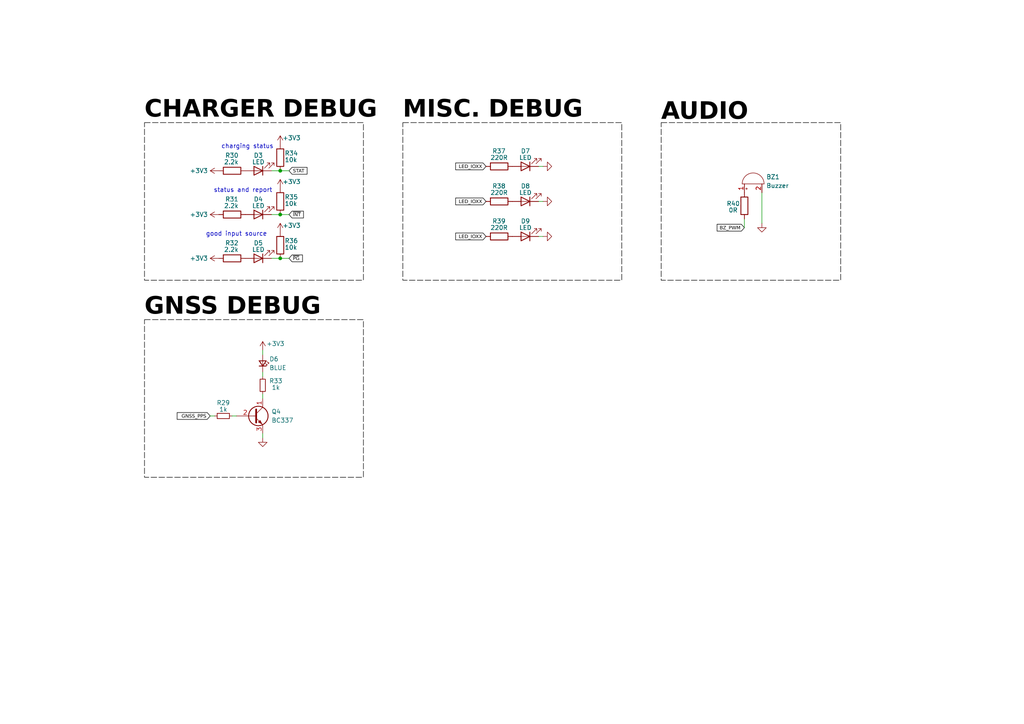
<source format=kicad_sch>
(kicad_sch (version 20250114) (generator "eeschema") (generator_version "9.0")
  (paper "A4")
  (lib_symbols
    (symbol "Device:Buzzer" (pin_names (offset 0.0254) (hide yes))
      (property "Reference" "BZ" (at 3.81 1.27 0))
      (property "Value" "Buzzer" (at 3.81 -1.27 0))
      (symbol "Buzzer_0_1"
        (polyline (pts (xy -1.651 1.905) (xy -1.143 1.905)))
        (polyline (pts (xy -1.397 2.159) (xy -1.397 1.651)))
        (arc (start 0 3.175) (mid 3.1612 0) (end 0 -3.175))
        (polyline (pts (xy 0 3.175) (xy 0 -3.175)))
      )
      (symbol "Buzzer_1_1"
        (pin passive line (at -2.54 2.54 0) (length 2.54) (name "+") (number "1"))
        (pin passive line (at -2.54 -2.54 0) (length 2.54) (name "-") (number "2"))
      )
    )
    (symbol "Device:LED" (pin_numbers (hide yes)) (pin_names (offset 1.016) (hide yes))
      (property "Reference" "D" (at 0 2.54 0))
      (property "Value" "LED" (at 0 -2.54 0))
      (symbol "LED_0_1"
        (polyline (pts (xy -3.048 -0.762) (xy -4.572 -2.286) (xy -3.81 -2.286) (xy -4.572 -2.286) (xy -4.572 -1.524)))
        (polyline (pts (xy -1.778 -0.762) (xy -3.302 -2.286) (xy -2.54 -2.286) (xy -3.302 -2.286) (xy -3.302 -1.524)))
        (polyline (pts (xy -1.27 0) (xy 1.27 0)))
        (polyline (pts (xy -1.27 -1.27) (xy -1.27 1.27)) (stroke (width 0.254)))
        (polyline (pts (xy 1.27 -1.27) (xy 1.27 1.27) (xy -1.27 0) (xy 1.27 -1.27)) (stroke (width 0.254)))
      )
      (symbol "LED_1_1"
        (pin passive line (at -3.81 0 0) (length 2.54) (name "K") (number "1"))
        (pin passive line (at 3.81 0 180) (length 2.54) (name "A") (number "2"))
      )
    )
    (symbol "Device:LED_Small" (pin_numbers (hide yes)) (pin_names (offset 0.254) (hide yes))
      (property "Reference" "D" (at -1.27 3.175 0))
      (property "Value" "LED_Small" (at -4.445 -2.54 0))
      (symbol "LED_Small_0_1"
        (polyline (pts (xy -0.762 -1.016) (xy -0.762 1.016)) (stroke (width 0.254)))
        (polyline (pts (xy 0 0.762) (xy -0.508 1.27) (xy -0.254 1.27) (xy -0.508 1.27) (xy -0.508 1.016)))
        (polyline (pts (xy 0.508 1.27) (xy 0 1.778) (xy 0.254 1.778) (xy 0 1.778) (xy 0 1.524)))
        (polyline (pts (xy 0.762 -1.016) (xy -0.762 0) (xy 0.762 1.016) (xy 0.762 -1.016)) (stroke (width 0.254)))
        (polyline (pts (xy 1.016 0) (xy -0.762 0)))
      )
      (symbol "LED_Small_1_1"
        (pin passive line (at -2.54 0 0) (length 1.778) (name "K") (number "1"))
        (pin passive line (at 2.54 0 180) (length 1.778) (name "A") (number "2"))
      )
    )
    (symbol "Device:R" (pin_numbers (hide yes)) (pin_names (offset 0))
      (property "Reference" "R" (at 2.032 0 90))
      (property "Value" "R" (at 0 0 90))
      (symbol "R_0_1"
        (rectangle (start -1.016 -2.54) (end 1.016 2.54) (stroke (width 0.254)))
      )
      (symbol "R_1_1"
        (pin passive line (at 0 3.81 270) (length 1.27) (name "~") (number "1"))
        (pin passive line (at 0 -3.81 90) (length 1.27) (name "~") (number "2"))
      )
    )
    (symbol "Device:R_Small" (pin_numbers (hide yes)) (pin_names (offset 0.254) (hide yes))
      (property "Reference" "R" (at 0.762 0.508 0))
      (property "Value" "R_Small" (at 0.762 -1.016 0))
      (symbol "R_Small_0_1"
        (rectangle (start -0.762 1.778) (end 0.762 -1.778) (stroke (width 0.2032)))
      )
      (symbol "R_Small_1_1"
        (pin passive line (at 0 2.54 270) (length 0.762) (name "~") (number "1"))
        (pin passive line (at 0 -2.54 90) (length 0.762) (name "~") (number "2"))
      )
    )
    (symbol "Transistor_BJT:BC337" (pin_names (offset 0) (hide yes))
      (property "Reference" "Q" (at 5.08 1.905 0))
      (property "Value" "BC337" (at 5.08 0 0))
      (symbol "BC337_0_1"
        (polyline (pts (xy 0 0) (xy 0.635 0)))
        (polyline (pts (xy 0.635 1.905) (xy 0.635 -1.905) (xy 0.635 -1.905)) (stroke (width 0.508)))
        (polyline (pts (xy 0.635 0.635) (xy 2.54 2.54)))
        (polyline (pts (xy 0.635 -0.635) (xy 2.54 -2.54) (xy 2.54 -2.54)))
        (circle (center 1.27 0) (radius 2.8194) (stroke (width 0.254)))
        (polyline (pts (xy 1.27 -1.778) (xy 1.778 -1.27) (xy 2.286 -2.286) (xy 1.27 -1.778) (xy 1.27 -1.778)) (fill (type outline)))
      )
      (symbol "BC337_1_1"
        (pin input line (at -5.08 0 0) (length 5.08) (name "B") (number "2"))
        (pin passive line (at 2.54 5.08 270) (length 2.54) (name "C") (number "1"))
        (pin passive line (at 2.54 -5.08 90) (length 2.54) (name "E") (number "3"))
      )
    )
    (symbol "power:+3V3" (power) (pin_names (offset 0))
      (property "Value" "+3V3" (at 0 3.556 0))
      (symbol "+3V3_0_1"
        (polyline (pts (xy -0.762 1.27) (xy 0 2.54)))
        (polyline (pts (xy 0 2.54) (xy 0.762 1.27)))
        (polyline (pts (xy 0 0) (xy 0 2.54)))
      )
      (symbol "+3V3_1_1"
        (pin power_in line (at 0 0 90) (length 0) (hide yes) (name "+3V3") (number "1"))
      )
    )
    (symbol "power:GND" (power) (pin_names (offset 0))
      (property "Value" "GND" (at 0 -3.81 0))
      (symbol "GND_0_1"
        (polyline (pts (xy 0 0) (xy 0 -1.27) (xy 1.27 -1.27) (xy 0 -2.54) (xy -1.27 -1.27) (xy 0 -1.27)))
      )
      (symbol "GND_1_1"
        (pin power_in line (at 0 0 270) (length 0) (hide yes) (name "GND") (number "1"))
      )
    )
  )
  (rectangle (start 116.84 35.56) (end 180.34 81.28) (stroke (width 0) (type dash) (color 0 0 0 1)))
  (rectangle (start 191.77 35.56) (end 243.84 81.28) (stroke (width 0) (type dash) (color 0 0 0 1)))
  (rectangle (start 41.91 35.56) (end 105.41 81.28) (stroke (width 0) (type dash) (color 0 0 0 1)))
  (rectangle (start 41.91 92.71) (end 105.41 138.43) (stroke (width 0) (type dash) (color 0 0 0 1)))
  (text "GNSS DEBUG" (at 41.91 93.345 0) (effects (font (size 5 5) (thickness 1.2) (bold yes)) (justify left bottom)))
  (text "good input source" (at 68.58 67.945 0) (effects (font (size 1.27 1.27))))
  (text "MISC. DEBUG" (at 116.84 36.195 0) (effects (font (size 5 5) (thickness 1.2) (bold yes)) (justify left bottom)))
  (text "status and report" (at 70.485 55.245 0) (effects (font (size 1.27 1.27))))
  (text "AUDIO" (at 191.77 36.83 0) (effects (font (size 5 5) (thickness 1.2) (bold yes)) (justify left bottom)))
  (text "charging status" (at 71.755 42.545 0) (effects (font (size 1.27 1.27))))
  (text "CHARGER DEBUG" (at 41.91 36.195 0) (effects (font (size 5 5) (thickness 1.2) (bold yes)) (justify left bottom)))
  (junction (at 81.28 62.23))
  (junction (at 81.28 74.93))
  (junction (at 81.28 49.53))
  (wire (pts (xy 76.2 107.95) (xy 76.2 109.22)))
  (wire (pts (xy 81.28 74.93) (xy 83.82 74.93)))
  (wire (pts (xy 81.28 62.23) (xy 83.82 62.23)))
  (wire (pts (xy 220.98 64.77) (xy 220.98 55.88)))
  (wire (pts (xy 157.48 58.42) (xy 156.21 58.42)))
  (wire (pts (xy 157.48 68.58) (xy 156.21 68.58)))
  (wire (pts (xy 215.9 66.04) (xy 215.9 63.5)))
  (wire (pts (xy 76.2 127) (xy 76.2 125.73)))
  (wire (pts (xy 78.74 49.53) (xy 81.28 49.53)))
  (wire (pts (xy 60.96 120.65) (xy 62.23 120.65)))
  (wire (pts (xy 81.28 49.53) (xy 83.82 49.53)))
  (wire (pts (xy 76.2 114.3) (xy 76.2 115.57)))
  (wire (pts (xy 76.2 101.6) (xy 76.2 102.87)))
  (wire (pts (xy 67.31 120.65) (xy 68.58 120.65)))
  (wire (pts (xy 157.48 48.26) (xy 156.21 48.26)))
  (wire (pts (xy 78.74 62.23) (xy 81.28 62.23)))
  (wire (pts (xy 78.74 74.93) (xy 81.28 74.93)))
  (global_label "LED_IOXX" (shape input) (at 140.97 58.42 180) (effects (font (size 1 1))) (property "Intersheetrefs" "${INTERSHEET_REFS}" (effects (hide yes))))
  (global_label "~{INT}" (shape input) (at 83.82 62.23 0) (effects (font (size 1 1))) (property "Intersheetrefs" "${INTERSHEET_REFS}" (effects (hide yes))))
  (global_label "STAT" (shape input) (at 83.82 49.53 0) (effects (font (size 1 1))) (property "Intersheetrefs" "${INTERSHEET_REFS}" (effects (hide yes))))
  (global_label "~{PG}" (shape input) (at 83.82 74.93 0) (effects (font (size 1 1))) (property "Intersheetrefs" "${INTERSHEET_REFS}" (effects (hide yes))))
  (global_label "LED_IOXX" (shape input) (at 140.97 68.58 180) (effects (font (size 1 1))) (property "Intersheetrefs" "${INTERSHEET_REFS}" (effects (hide yes))))
  (global_label "BZ_PWM" (shape input) (at 215.9 66.04 180) (effects (font (size 1 1))) (property "Intersheetrefs" "${INTERSHEET_REFS}" (effects (hide yes))))
  (global_label "LED_IOXX" (shape input) (at 140.97 48.26 180) (effects (font (size 1 1))) (property "Intersheetrefs" "${INTERSHEET_REFS}" (effects (hide yes))))
  (global_label "GNSS_PPS" (shape input) (at 60.96 120.65 180) (effects (font (size 1 1))) (property "Intersheetrefs" "${INTERSHEET_REFS}" (effects (hide yes))))
  (symbol (lib_id "power:GND") (at 157.48 68.58 90) (unit 1)
    (property "Reference" "#PWR077" (effects (hide yes)))
    (property "Value" "GND" (effects (hide yes)))
  )
  (symbol (lib_id "Device:LED") (at 152.4 58.42 180) (unit 1)
    (property "Reference" "D8" (at 152.4 53.975 0))
    (property "Value" "LED" (at 152.4 55.88 0))
    (property "Footprint" "LED_SMD:LED_0805_2012Metric" (effects (hide yes)))
    (property "Description" "Light emitting diode" (effects (hide yes)))
    (property "Sim.Pins" "1=K 2=A" (effects (hide yes)))
  )
  (symbol (lib_id "Device:R") (at 67.31 74.93 90) (unit 1)
    (property "Reference" "R32" (at 69.215 70.485 90) (effects (justify left)))
    (property "Value" "2.2k" (at 69.215 72.39 90) (effects (justify left)))
    (property "Footprint" "Resistor_SMD:R_0805_2012Metric" (effects (hide yes)))
    (property "LCSC" "C17633" (effects (hide yes)))
  )
  (symbol (lib_id "Device:R") (at 67.31 49.53 90) (unit 1)
    (property "Reference" "R30" (at 69.215 45.085 90) (effects (justify left)))
    (property "Value" "2.2k" (at 69.215 46.99 90) (effects (justify left)))
    (property "Footprint" "Resistor_SMD:R_0805_2012Metric" (effects (hide yes)))
    (property "Datasheet" "https://cz.mouser.com/ProductDetail/Panasonic/ERA-6AED222V?qs=MNPzkKEzRtSATzFNi%252BEAWg%3D%3D" (effects (hide yes)))
    (property "LCSC" "C17633" (effects (hide yes)))
  )
  (symbol (lib_id "Device:LED") (at 152.4 48.26 180) (unit 1)
    (property "Reference" "D7" (at 152.4 43.815 0))
    (property "Value" "LED" (at 152.4 45.72 0))
    (property "Footprint" "LED_SMD:LED_0805_2012Metric" (effects (hide yes)))
    (property "Description" "Light emitting diode" (effects (hide yes)))
    (property "Sim.Pins" "1=K 2=A" (effects (hide yes)))
  )
  (symbol (lib_id "Device:LED") (at 74.93 74.93 180) (unit 1)
    (property "Reference" "D5" (at 74.93 70.485 0))
    (property "Value" "LED" (at 74.93 72.39 0))
    (property "Footprint" "LED_SMD:LED_0805_2012Metric" (effects (hide yes)))
    (property "Description" "Light emitting diode" (effects (hide yes)))
    (property "Sim.Pins" "1=K 2=A" (effects (hide yes)))
  )
  (symbol (lib_id "Device:R") (at 67.31 62.23 90) (unit 1)
    (property "Reference" "R31" (at 69.215 57.785 90) (effects (justify left)))
    (property "Value" "2.2k" (at 69.215 59.69 90) (effects (justify left)))
    (property "Footprint" "Resistor_SMD:R_0805_2012Metric" (effects (hide yes)))
    (property "LCSC" "C17633" (effects (hide yes)))
  )
  (symbol (lib_id "Device:R") (at 144.78 48.26 90) (unit 1)
    (property "Reference" "R37" (at 146.685 43.815 90) (effects (justify left)))
    (property "Value" "220R" (at 147.32 45.72 90) (effects (justify left)))
    (property "Footprint" "Resistor_SMD:R_0805_2012Metric" (effects (hide yes)))
    (property "LCSC" "C17633" (effects (hide yes)))
  )
  (symbol (lib_id "Device:LED") (at 74.93 62.23 180) (unit 1)
    (property "Reference" "D4" (at 74.93 57.785 0))
    (property "Value" "LED" (at 74.93 59.69 0))
    (property "Footprint" "LED_SMD:LED_0805_2012Metric" (effects (hide yes)))
    (property "Description" "Light emitting diode" (effects (hide yes)))
    (property "Sim.Pins" "1=K 2=A" (effects (hide yes)))
  )
  (symbol (lib_id "Device:R") (at 81.28 45.72 0) (mirror x) (unit 1)
    (property "Reference" "R34" (at 82.55 44.45 0) (effects (justify left)))
    (property "Value" "10k" (at 82.55 46.355 0) (effects (justify left)))
    (property "Footprint" "Resistor_SMD:R_0805_2012Metric" (effects (hide yes)))
    (property "LCSC" "C17633" (effects (hide yes)))
  )
  (symbol (lib_id "Device:R") (at 81.28 58.42 0) (mirror x) (unit 1)
    (property "Reference" "R35" (at 82.55 57.15 0) (effects (justify left)))
    (property "Value" "10k" (at 82.55 59.055 0) (effects (justify left)))
    (property "Footprint" "Resistor_SMD:R_0805_2012Metric" (effects (hide yes)))
    (property "LCSC" "C17633" (effects (hide yes)))
  )
  (symbol (lib_id "Device:R") (at 144.78 58.42 90) (unit 1)
    (property "Reference" "R38" (at 146.685 53.975 90) (effects (justify left)))
    (property "Value" "220R" (at 147.32 55.88 90) (effects (justify left)))
    (property "Footprint" "Resistor_SMD:R_0805_2012Metric" (effects (hide yes)))
    (property "LCSC" "C17633" (effects (hide yes)))
  )
  (symbol (lib_id "power:+3V3") (at 76.2 101.6 0) (mirror y) (unit 1)
    (property "Reference" "#PWR070" (effects (hide yes)))
    (property "Value" "+3V3" (at 82.55 99.695 0) (effects (justify left)))
  )
  (symbol (lib_id "Device:R") (at 144.78 68.58 90) (unit 1)
    (property "Reference" "R39" (at 146.685 64.135 90) (effects (justify left)))
    (property "Value" "220R" (at 147.32 66.04 90) (effects (justify left)))
    (property "Footprint" "Resistor_SMD:R_0805_2012Metric" (effects (hide yes)))
    (property "LCSC" "C17633" (effects (hide yes)))
  )
  (symbol (lib_id "Device:LED") (at 152.4 68.58 180) (unit 1)
    (property "Reference" "D9" (at 152.4 64.135 0))
    (property "Value" "LED" (at 152.4 66.04 0))
    (property "Footprint" "LED_SMD:LED_0805_2012Metric" (effects (hide yes)))
    (property "Description" "Light emitting diode" (effects (hide yes)))
    (property "Sim.Pins" "1=K 2=A" (effects (hide yes)))
  )
  (symbol (lib_id "Device:R") (at 81.28 71.12 0) (mirror x) (unit 1)
    (property "Reference" "R36" (at 82.55 69.85 0) (effects (justify left)))
    (property "Value" "10k" (at 82.55 71.755 0) (effects (justify left)))
    (property "Footprint" "Resistor_SMD:R_0805_2012Metric" (effects (hide yes)))
    (property "LCSC" "C17633" (effects (hide yes)))
  )
  (symbol (lib_id "power:GND") (at 157.48 48.26 90) (unit 1)
    (property "Reference" "#PWR075" (effects (hide yes)))
    (property "Value" "GND" (effects (hide yes)))
  )
  (symbol (lib_id "Transistor_BJT:BC337") (at 73.66 120.65 0) (unit 1)
    (property "Reference" "Q4" (at 78.74 119.3799 0) (effects (justify left)))
    (property "Value" "BC337" (at 78.74 121.9199 0) (effects (justify left)))
    (property "Footprint" "Package_TO_SOT_THT:TO-92_Inline" (effects (hide yes)))
    (property "Datasheet" "https://diotec.com/tl_files/diotec/files/pdf/datasheets/bc337.pdf" (effects (hide yes)))
    (property "Description" "0.8A Ic, 45V Vce, NPN Transistor, TO-92" (effects (hide yes)))
  )
  (symbol (lib_id "power:+3V3") (at 81.28 41.91 0) (unit 1)
    (property "Reference" "#PWR072" (effects (hide yes)))
    (property "Value" "+3V3" (at 81.915 40.005 0) (effects (justify left)))
  )
  (symbol (lib_id "power:+3V3") (at 63.5 62.23 90) (unit 1)
    (property "Reference" "#PWR068" (effects (hide yes)))
    (property "Value" "+3V3" (at 60.325 62.23 90) (effects (justify left)))
  )
  (symbol (lib_id "power:GND") (at 220.98 64.77 0) (unit 1)
    (property "Reference" "#PWR078" (effects (hide yes)))
    (property "Value" "GND" (effects (hide yes)))
  )
  (symbol (lib_id "power:+3V3") (at 81.28 54.61 0) (unit 1)
    (property "Reference" "#PWR073" (effects (hide yes)))
    (property "Value" "+3V3" (at 81.915 52.705 0) (effects (justify left)))
  )
  (symbol (lib_id "Device:R_Small") (at 76.2 111.76 0) (mirror y) (unit 1)
    (property "Reference" "R33" (at 80.01 110.49 0))
    (property "Value" "1k" (at 80.01 112.395 0))
    (property "Footprint" "Resistor_SMD:R_0805_2012Metric" (effects (hide yes)))
    (property "Description" "Resistor, small symbol" (effects (hide yes)))
  )
  (symbol (lib_id "power:+3V3") (at 63.5 49.53 90) (unit 1)
    (property "Reference" "#PWR067" (effects (hide yes)))
    (property "Value" "+3V3" (at 60.325 49.53 90) (effects (justify left)))
  )
  (symbol (lib_id "power:+3V3") (at 63.5 74.93 90) (unit 1)
    (property "Reference" "#PWR069" (effects (hide yes)))
    (property "Value" "+3V3" (at 60.325 74.93 90) (effects (justify left)))
  )
  (symbol (lib_id "power:+3V3") (at 81.28 67.31 0) (unit 1)
    (property "Reference" "#PWR074" (effects (hide yes)))
    (property "Value" "+3V3" (at 81.915 65.405 0) (effects (justify left)))
  )
  (symbol (lib_id "power:GND") (at 157.48 58.42 90) (unit 1)
    (property "Reference" "#PWR076" (effects (hide yes)))
    (property "Value" "GND" (effects (hide yes)))
  )
  (symbol (lib_id "Device:LED_Small") (at 76.2 105.41 270) (mirror x) (unit 1)
    (property "Reference" "D6" (at 78.105 104.14 90) (effects (justify left)))
    (property "Value" "BLUE" (at 78.105 106.68 90) (effects (justify left)))
    (property "Footprint" "LED_SMD:LED_0805_2012Metric" (effects (hide yes)))
    (property "Description" "Light emitting diode, small symbol" (effects (hide yes)))
    (property "Sim.Pin" "1=K 2=A" (effects (hide yes)))
  )
  (symbol (lib_id "Device:R_Small") (at 64.77 120.65 270) (unit 1)
    (property "Reference" "R29" (at 64.77 116.84 90))
    (property "Value" "1k" (at 64.77 118.745 90))
    (property "Footprint" "Resistor_SMD:R_0805_2012Metric" (effects (hide yes)))
    (property "Description" "Resistor, small symbol" (effects (hide yes)))
  )
  (symbol (lib_id "Device:R") (at 215.9 59.69 180) (unit 1)
    (property "Reference" "R40" (at 214.63 59.055 0) (effects (justify left)))
    (property "Value" "0R" (at 213.995 60.96 0) (effects (justify left)))
    (property "Footprint" "Resistor_SMD:R_0805_2012Metric" (effects (hide yes)))
    (property "LCSC" "C17633" (effects (hide yes)))
  )
  (symbol (lib_id "Device:Buzzer") (at 218.44 53.34 90) (unit 1)
    (property "Reference" "BZ1" (at 222.25 51.3148 90) (effects (justify right)))
    (property "Value" "Buzzer" (at 222.25 53.8548 90) (effects (justify right)))
    (property "Footprint" "gps-compass_brd:CEM-1203_Buzzer" (effects (hide yes)))
    (property "Datasheet" "https://cz.mouser.com/ProductDetail/Same-Sky/CEM-120342?qs=WyjlAZoYn50KzVdoYfaqpA%3D%3D" (effects (hide yes)))
    (property "Description" "Buzzer, polarized" (effects (hide yes)))
  )
  (symbol (lib_id "power:GND") (at 76.2 127 0) (unit 1)
    (property "Reference" "#PWR071" (effects (hide yes)))
    (property "Value" "GND" (effects (hide yes)))
  )
  (symbol (lib_id "Device:LED") (at 74.93 49.53 180) (unit 1)
    (property "Reference" "D3" (at 74.93 45.085 0))
    (property "Value" "LED" (at 74.93 46.99 0))
    (property "Footprint" "LED_SMD:LED_0805_2012Metric" (effects (hide yes)))
    (property "Description" "Light emitting diode" (effects (hide yes)))
    (property "Sim.Pins" "1=K 2=A" (effects (hide yes)))
  )
)
</source>
